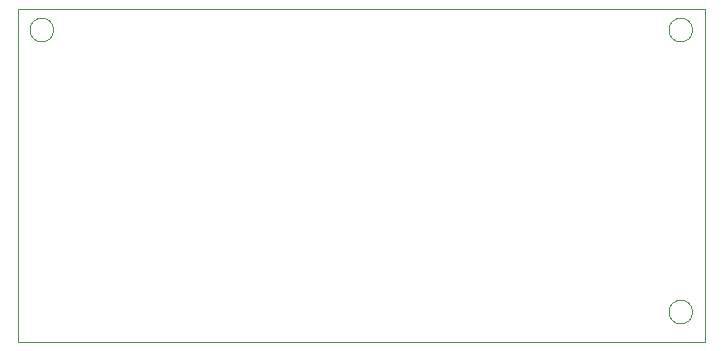
<source format=gbr>
%TF.GenerationSoftware,KiCad,Pcbnew,7.0.9*%
%TF.CreationDate,2025-01-22T01:01:42+01:00*%
%TF.ProjectId,MaotekEDP,4d616f74-656b-4454-9450-2e6b69636164,rev?*%
%TF.SameCoordinates,Original*%
%TF.FileFunction,Profile,NP*%
%FSLAX46Y46*%
G04 Gerber Fmt 4.6, Leading zero omitted, Abs format (unit mm)*
G04 Created by KiCad (PCBNEW 7.0.9) date 2025-01-22 01:01:42*
%MOMM*%
%LPD*%
G01*
G04 APERTURE LIST*
%TA.AperFunction,Profile*%
%ADD10C,0.100000*%
%TD*%
G04 APERTURE END LIST*
D10*
X150352000Y-49530000D02*
G75*
G03*
X150352000Y-49530000I-1000000J0D01*
G01*
X147320000Y-47752000D02*
X205486000Y-47752000D01*
X205486000Y-75946000D01*
X147320000Y-75946000D01*
X147320000Y-47752000D01*
X204454000Y-49530000D02*
G75*
G03*
X204454000Y-49530000I-1000000J0D01*
G01*
X204454000Y-73406000D02*
G75*
G03*
X204454000Y-73406000I-1000000J0D01*
G01*
M02*

</source>
